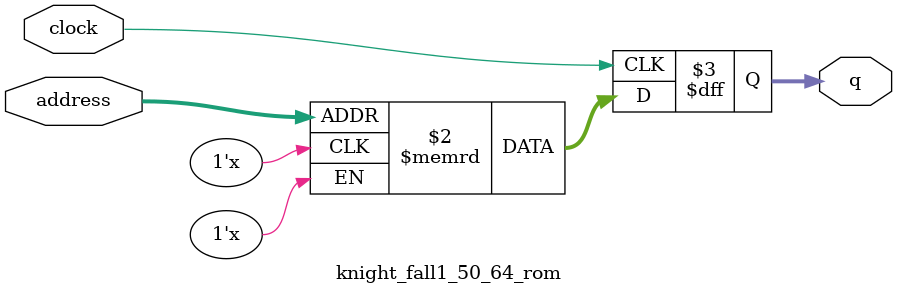
<source format=sv>
module knight_fall1_50_64_rom (
	input logic clock,
	input logic [11:0] address,
	output logic [2:0] q
);

logic [2:0] memory [0:3199] /* synthesis ram_init_file = "./knight_fall1_50_64/knight_fall1_50_64.mif" */;

always_ff @ (posedge clock) begin
	q <= memory[address];
end

endmodule

</source>
